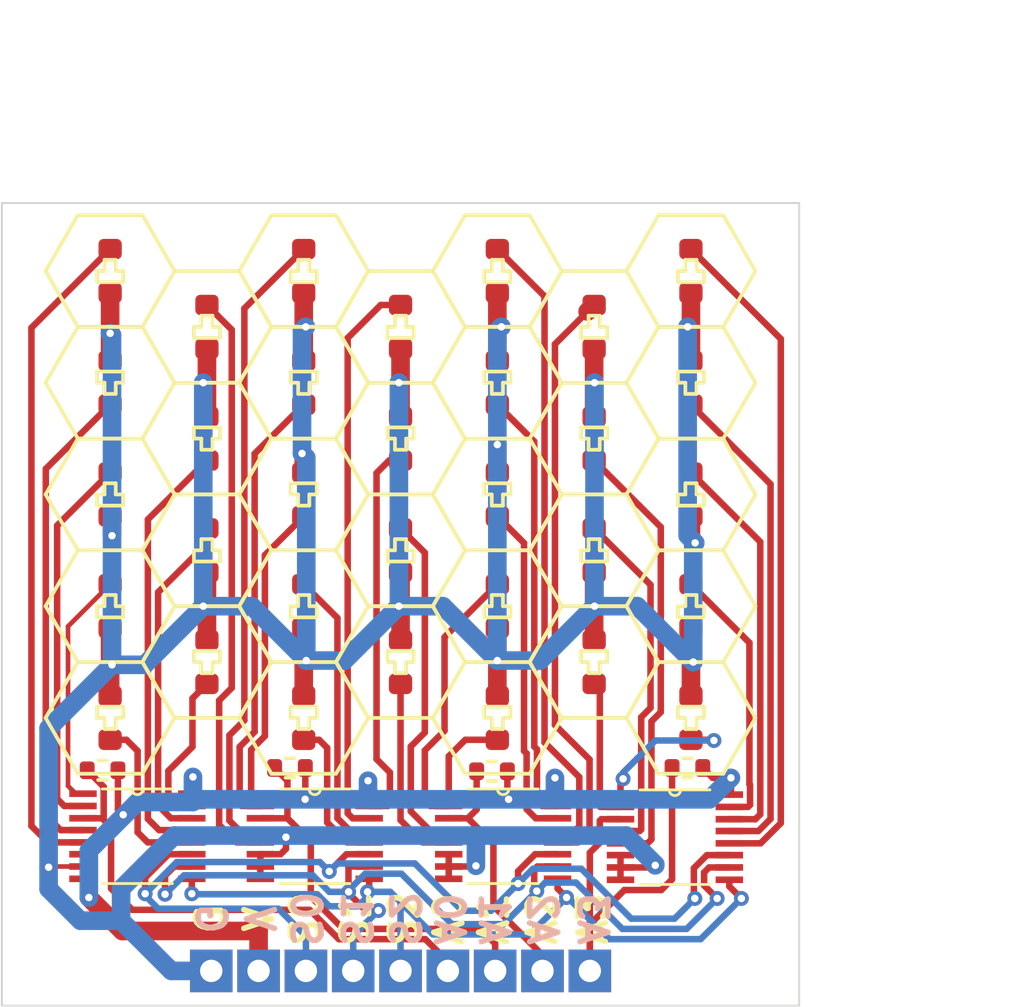
<source format=kicad_pcb>
(kicad_pcb (version 20221018) (generator pcbnew)
  (layers (0 "F.Cu" signal) (1 "In1.Cu" signal) (2 "In2.Cu" signal) (31 "B.Cu" signal) (34 "B.Paste" user) (35 "F.Paste" user) (36 "B.SilkS" user "B.Silkscreen") (37 "F.SilkS" user "F.Silkscreen") (38 "B.Mask" user) (39 "F.Mask" user) (44 "Edge.Cuts" user))
  (net 0 "")
  (net 1 "GND")
  (net 2 "/12{slash}24V")
  (net 3 "/A3")
  (net 4 "/RCV1")
  (net 5 "/RCV2")
  (net 6 "/RCV3")
  (net 7 "/RCV4")
  (net 8 "/RCV5")
  (net 9 "/RCV6")
  (net 10 "/RCV7")
  (net 11 "/RCV8")
  (net 12 "/RCV9")
  (net 13 "/RCV10")
  (net 14 "/RCV11")
  (net 15 "/RCV12")
  (net 16 "/RCV13")
  (net 17 "/RCV14")
  (net 18 "/RCV15")
  (net 19 "/RCV16")
  (net 20 "/A0")
  (net 21 "/S2")
  (net 22 "/S1")
  (net 23 "/S0")
  (net 24 "/A1")
  (net 25 "/A2")
  (net 26 "/RCV17")
  (net 27 "/RCV18")
  (net 28 "/RCV19")
  (net 29 "/RCV20")
  (net 30 "/RCV21")
  (net 31 "/RCV22")
  (net 32 "/RCV23")
  (net 33 "/RCV24")
  (net 34 "/RCV25")
  (net 35 "/RCV26")
  (net 36 "/RCV27")
  (net 37 "/RCV28")
  (net 38 "/RCV29")
  (net 39 "/RCV30")
  (net 40 "/RCV31")
  (net 41 "/RCV32")
  (footprint "IRTouch:HEXAGON_3" (layer "F.Cu") (at 69.588457 57)
    (fp_text reference "REF**" hide)
    (fp_text value "HEXAGON_3" hide)
  )
  (footprint "IRTouch:HEXAGON_3" (layer "F.Cu") (at 79.980762 57)
    (fp_text reference "REF**" hide)
    (fp_text value "HEXAGON_3" hide)
  )
  (footprint "IRTouch:RCVR" (layer "F.Cu") (at 79.980762 39 -90)
    (fp_text reference "Q24" hide)
    (fp_text value "Q_Photo_NPN" hide)
  )
  (footprint "IRTouch:HEXAGON_3" (layer "F.Cu") (at 59.196152 39)
    (fp_text reference "REF**" hide)
    (fp_text value "HEXAGON_3" hide)
  )
  (footprint "IRTouch:HEXAGON_3" (layer "F.Cu") (at 69.588457 39)
    (fp_text reference "REF**" hide)
    (fp_text value "HEXAGON_3" hide)
  )
  (footprint "IRTouch:RCVR" (layer "F.Cu") (at 74.784609 54 -90)
    (fp_text reference "Q22" hide)
    (fp_text value "Q_Photo_NPN" hide)
  )
  (footprint "IRTouch:HEXAGON_3" (layer "F.Cu") (at 59.196152 57)
    (fp_text reference "REF**" hide)
    (fp_text value "HEXAGON_3" hide)
  )
  (footprint "IRTouch:RCVR" (layer "F.Cu") (at 54 42 90)
    (fp_text reference "Q2" hide)
    (fp_text value "Q_Photo_NPN" hide)
  )
  (footprint "IRTouch:HEXAGON_3" (layer "F.Cu") (at 85.176914 54)
    (fp_text reference "REF**" hide)
    (fp_text value "HEXAGON_3" hide)
  )
  (footprint "IRTouch:RCVR" (layer "F.Cu") (at 64.392304 54 -90)
    (fp_text reference "Q13" hide)
    (fp_text value "Q_Photo_NPN" hide)
  )
  (footprint "IRTouch:HEXAGON_3" (layer "F.Cu") (at 59.196152 45)
    (fp_text reference "REF**" hide)
    (fp_text value "HEXAGON_3" hide)
  )
  (footprint "IRTouch:HEXAGON_3" (layer "F.Cu") (at 64.392304 54)
    (fp_text reference "REF**" hide)
    (fp_text value "HEXAGON_3" hide)
  )
  (footprint "IRTouch:RCVR" (layer "F.Cu") (at 85.176914 60 90)
    (fp_text reference "Q32" hide)
    (fp_text value "Q_Photo_NPN" hide)
  )
  (footprint "" (layer "F.Cu") (at 69.588457 34.5)
    (fp_text reference "")
    (fp_text value "")
  )
  (footprint "IRTouch:RCVR" (layer "F.Cu") (at 79.980762 57 90)
    (fp_text reference "Q27" hide)
    (fp_text value "Q_Photo_NPN" hide)
  )
  (footprint "IRTouch:HOLE_M2" (layer "F.Cu") (at 85.176914 73.587266)
    (fp_text reference "REF**" hide)
    (fp_text value "HOLE_M2" hide)
  )
  (footprint "IRTouch:HEXAGON_3" (layer "F.Cu") (at 64.392304 48)
    (fp_text reference "REF**" hide)
    (fp_text value "HEXAGON_3" hide)
  )
  (footprint "IRTouch:RCVR" (layer "F.Cu") (at 74.784609 48 90)
    (fp_text reference "Q21" hide)
    (fp_text value "Q_Photo_NPN" hide)
  )
  (footprint "IRTouch:HEXAGON_3" (layer "F.Cu") (at 74.784609 54)
    (fp_text reference "REF**" hide)
    (fp_text value "HEXAGON_3" hide)
  )
  (footprint "IRTouch:RCVR" (layer "F.Cu") (at 85.176914 36 -90)
    (fp_text reference "Q28" hide)
    (fp_text value "Q_Photo_NPN" hide)
  )
  (footprint "IRTouch:HEXAGON_3" (layer "F.Cu") (at 69.588457 51)
    (fp_text reference "REF**" hide)
    (fp_text value "HEXAGON_3" hide)
  )
  (footprint "IRTouch:RCVR" (layer "F.Cu") (at 64.392304 36 -90)
    (fp_text reference "Q10" hide)
    (fp_text value "Q_Photo_NPN" hide)
  )
  (footprint "IRTouch:SOP65P640X110-16N" (layer "F.Cu") (at 75.096498 66.355898)
    (fp_text reference "U3" hide)
    (fp_text value "74HC4051PW,118" hide)
  )
  (footprint "IRTouch:RCVR" (layer "F.Cu") (at 54 48 -90)
    (fp_text reference "Q3" hide)
    (fp_text value "Q_Photo_NPN" hide)
  )
  (footprint "IRTouch:RCVR" (layer "F.Cu") (at 79.980762 51 -90)
    (fp_text reference "Q26" hide)
    (fp_text value "Q_Photo_NPN" hide)
  )
  (footprint "IRTouch:HEXAGON_3" (layer "F.Cu") (at 74.784609 60)
    (fp_text reference "REF**" hide)
    (fp_text value "HEXAGON_3" hide)
  )
  (footprint "IRTouch:HEXAGON_3" (layer "F.Cu") (at 64.392304 36)
    (fp_text reference "REF**" hide)
    (fp_text value "HEXAGON_3" hide)
  )
  (footprint "IRTouch:SOP65P640X110-16N" (layer "F.Cu") (at 64.984898 66.355898)
    (fp_text reference "U2" hide)
    (fp_text value "74HC4051PW,118" hide)
  )
  (footprint "IRTouch:HEXAGON_3" (layer "F.Cu") (at 85.176914 60)
    (fp_text reference "REF**" hide)
    (fp_text value "HEXAGON_3" hide)
  )
  (footprint "IRTouch:HEXAGON_3" (layer "F.Cu") (at 74.784609 36)
    (fp_text reference "REF**" hide)
    (fp_text value "HEXAGON_3" hide)
  )
  (footprint "IRTouch:HEXAGON_3" (layer "F.Cu") (at 54 48)
    (fp_text reference "REF**" hide)
    (fp_text value "HEXAGON_3" hide)
  )
  (footprint "IRTouch:R0603" (layer "F.Cu") (at 84.9884 62.6872 180)
    (fp_text reference "R4" hide)
    (fp_text value "R")
  )
  (footprint "IRTouch:HEXAGON_3" (layer "F.Cu") (at 54 60)
    (fp_text reference "REF**" hide)
    (fp_text value "HEXAGON_3" hide)
  )
  (footprint "IRTouch:RCVR" (layer "F.Cu") (at 69.588457 57 90)
    (fp_text reference "Q18" hide)
    (fp_text value "Q_Photo_NPN" hide)
  )
  (footprint "IRTouch:HEXAGON_3" (layer "F.Cu") (at 79.980762 45)
    (fp_text reference "REF**" hide)
    (fp_text value "HEXAGON_3" hide)
  )
  (footprint "IRTouch:HEXAGON_3" (layer "F.Cu") (at 79.980762 39)
    (fp_text reference "REF**" hide)
    (fp_text value "HEXAGON_3" hide)
  )
  (footprint "IRTouch:SOP65P640X110-16N" (layer "F.Cu") (at 55.463898 66.355898)
    (fp_text reference "U1" hide)
    (fp_text value "74HC4051PW,118" hide)
  )
  (footprint "IRTouch:RCVR" (layer "F.Cu") (at 85.176914 54 -90)
    (fp_text reference "Q31" hide)
    (fp_text value "Q_Photo_NPN" hide)
  )
  (footprint "IRTouch:RCVR" (layer "F.Cu") (at 85.176914 48 -90)
    (fp_text reference "Q30" hide)
    (fp_text value "Q_Photo_NPN" hide)
  )
  (footprint "IRTouch:HEXAGON_3" (layer "F.Cu") (at 59.196152 51)
    (fp_text reference "REF**" hide)
    (fp_text value "HEXAGON_3" hide)
  )
  (footprint "IRTouch:RCVR" (layer "F.Cu") (at 69.588457 39 -90)
    (fp_text reference "Q15" hide)
    (fp_text value "Q_Photo_NPN" hide)
  )
  (footprint "IRTouch:HEXAGON_3" (layer "F.Cu") (at 54 36)
    (fp_text reference "REF**" hide)
    (fp_text value "HEXAGON_3" hide)
  )
  (footprint "IRTouch:R0603" (layer "F.Cu") (at 74.4982 62.865 180)
    (fp_text reference "R3" hide)
    (fp_text value "R")
  )
  (footprint "IRTouch:SOP65P640X110-16N" (layer "F.Cu") (at 84.316498 66.405898)
    (fp_text reference "U4" hide)
    (fp_text value "74HC4051PW,118" hide)
  )
  (footprint "IRTouch:HEXAGON_3" (layer "F.Cu") (at 54 42)
    (fp_text reference "REF**" hide)
    (fp_text value "HEXAGON_3" hide)
  )
  (footprint "IRTouch:RCVR" (layer "F.Cu") (at 59.196152 45 90)
    (fp_text reference "Q7" hide)
    (fp_text value "Q_Photo_NPN" hide)
  )
  (footprint "IRTouch:RCVR" (layer "F.Cu") (at 69.588457 45 90)
    (fp_text reference "Q16" hide)
    (fp_text value "Q_Photo_NPN" hide)
  )
  (footprint "IRTouch:RCVR" (layer "F.Cu") (at 79.980762 45 90)
    (fp_text reference "Q25" hide)
    (fp_text value "Q_Photo_NPN" hide)
  )
  (footprint "IRTouch:RCVR" (layer "F.Cu") (at 59.196152 39 -90)
    (fp_text reference "Q6" hide)
    (fp_text value "Q_Photo_NPN" hide)
  )
  (footprint "IRTouch:RCVR" (layer "F.Cu") (at 74.784609 42 90)
    (fp_text reference "Q20" hide)
    (fp_text value "Q_Photo_NPN" hide)
  )
  (footprint "" (layer "F.Cu") (at 79.980762 34.5)
    (fp_text reference "")
    (fp_text value "")
  )
  (footprint "IRTouch:RCVR" (layer "F.Cu") (at 54 54 -90)
    (fp_text reference "Q4" hide)
    (fp_text value "Q_Photo_NPN" hide)
  )
  (footprint "IRTouch:R0603" (layer "F.Cu") (at 63.6524 62.6872 180)
    (fp_text reference "R2" hide)
    (fp_text value "R")
  )
  (footprint "IRTouch:R0603" (layer "F.Cu") (at 53.594 62.8142 180)
    (fp_text reference "R1" hide)
    (fp_text value "R" hide)
  )
  (footprint "IRTouch:HEXAGON_3" (layer "F.Cu") (at 64.392304 60)
    (fp_text reference "REF**" hide)
    (fp_text value "HEXAGON_3" hide)
  )
  (footprint "" (layer "F.Cu") (at 59.2 34.5)
    (fp_text reference "")
    (fp_text value "")
  )
  (footprint "IRTouch:HEXAGON_3" (layer "F.Cu") (at 85.176914 48)
    (fp_text reference "REF**" hide)
    (fp_text value "HEXAGON_3" hide)
  )
  (footprint "IRTouch:RCVR" (layer "F.Cu") (at 64.392304 60 90)
    (fp_text reference "Q14" hide)
    (fp_text value "Q_Photo_NPN" hide)
  )
  (footprint "IRTouch:HEXAGON_3" (layer "F.Cu") (at 85.176914 36)
    (fp_text reference "REF**" hide)
    (fp_text value "HEXAGON_3" hide)
  )
  (footprint "IRTouch:RCVR" (layer "F.Cu") (at 64.392304 48 90)
    (fp_text reference "Q12" hide)
    (fp_text value "Q_Photo_NPN" hide)
  )
  (footprint "IRTouch:RCVR" (layer "F.Cu") (at 69.588457 51 -90)
    (fp_text reference "Q17" hide)
    (fp_text value "Q_Photo_NPN" hide)
  )
  (footprint "IRTouch:RCVR" (layer "F.Cu") (at 54 60 90)
    (fp_text reference "Q5" hide)
    (fp_text value "Q_Photo_NPN" hide)
  )
  (footprint "IRTouch:RCVR" (layer "F.Cu") (at 54 36 -90)
    (fp_text reference "Q1" hide)
    (fp_text value "Q_Photo_NPN" hide)
  )
  (footprint "IRTouch:RCVR" (layer "F.Cu") (at 59.196152 57 90)
    (fp_text reference "Q9" hide)
    (fp_text value "Q_Photo_NPN" hide)
  )
  (footprint "" (layer "F.Cu") (at 54 73.587266)
    (fp_text reference "")
    (fp_text value "")
  )
  (footprint "IRTouch:HEXAGON_3" (layer "F.Cu") (at 69.588457 45)
    (fp_text reference "REF**" hide)
    (fp_text value "HEXAGON_3" hide)
  )
  (footprint "IRTouch:9POS_INTERFACE" (layer "F.Cu") (at 59.428457 73.587266)
    (fp_text reference "I1" hide)
    (fp_text value "9POS_INTERFACE" hide)
  )
  (footprint "IRTouch:RCVR" (layer "F.Cu") (at 74.784609 36 -90)
    (fp_text reference "Q19" hide)
    (fp_text value "Q_Photo_NPN" hide)
  )
  (footprint "IRTouch:RCVR" (layer "F.Cu") (at 85.176914 42 90)
    (fp_text reference "Q29" hide)
    (fp_text value "Q_Photo_NPN" hide)
  )
  (footprint "IRTouch:HEXAGON_3" (layer "F.Cu") (at 54 54)
    (fp_text reference "REF**" hide)
    (fp_text value "HEXAGON_3" hide)
  )
  (footprint "IRTouch:HEXAGON_3" (layer "F.Cu") (at 64.392304 42)
    (fp_text reference "REF**" hide)
    (fp_text value "HEXAGON_3" hide)
  )
  (footprint "IRTouch:HEXAGON_3" (layer "F.Cu") (at 74.784609 48)
    (fp_text reference "REF**" hide)
    (fp_text value "HEXAGON_3" hide)
  )
  (footprint "IRTouch:HEXAGON_3" (layer "F.Cu") (at 74.784609 42)
    (fp_text reference "REF**" hide)
    (fp_text value "HEXAGON_3" hide)
  )
  (footprint "IRTouch:HEXAGON_3" (layer "F.Cu") (at 79.980762 51)
    (fp_text reference "REF**" hide)
    (fp_text value "HEXAGON_3" hide)
  )
  (footprint "IRTouch:RCVR" (layer "F.Cu") (at 64.392304 42 90)
    (fp_text reference "Q11" hide)
    (fp_text value "Q_Photo_NPN" hide)
  )
  (footprint "IRTouch:RCVR" (layer "F.Cu") (at 59.196152 51 -90)
    (fp_text reference "Q8" hide)
    (fp_text value "Q_Photo_NPN" hide)
  )
  (footprint "IRTouch:HEXAGON_3" (layer "F.Cu") (at 85.176914 42)
    (fp_text reference "REF**" hide)
    (fp_text value "HEXAGON_3" hide)
  )
  (footprint "IRTouch:RCVR" (layer "F.Cu") (at 74.784609 60 90)
    (fp_text reference "Q23" hide)
    (fp_text value "Q_Photo_NPN" hide)
  )
  (gr_rect (start 48.188457 32.35) (end 90.988457 75.45) (stroke (width 0.1)) (fill none) (layer "Edge.Cuts"))
  (gr_text "A3" (at 79.9 70.8 -90) (layer "B.SilkS") (effects (font (size 1.5 1.5) (thickness 0.3)) (justify mirror)))
  (gr_text "S1\n" (at 67.2 70.8 -90) (layer "B.SilkS") (effects (font (size 1.5 1.5) (thickness 0.3)) (justify mirror)))
  (gr_text "A1" (at 74.6 70.8 -90) (layer "B.SilkS") (effects (font (size 1.5 1.5) (thickness 0.3)) (justify mirror)))
  (gr_text "A0" (at 72.2 70.8 -90) (layer "B.SilkS") (effects (font (size 1.5 1.5) (thickness 0.3)) (justify mirror)))
  (gr_text "A2" (at 77.2 70.8 -90) (layer "B.SilkS") (effects (font (size 1.5 1.5) (thickness 0.3)) (justify mirror)))
  (gr_text "S2" (at 69.8 70.8 -90) (layer "B.SilkS") (effects (font (size 1.5 1.5) (thickness 0.3)) (justify mirror)))
  (gr_text "V" (at 62 70.8 -90) (layer "B.SilkS") (effects (font (size 1.5 1.5) (thickness 0.3)) (justify mirror)))
  (gr_text "G" (at 59.4 70.8 -90) (layer "B.SilkS") (effects (font (size 1.5 1.5) (thickness 0.3)) (justify mirror)))
  (gr_text "S0" (at 64.5 70.8 -90) (layer "B.SilkS") (effects (font (size 1.5 1.5) (thickness 0.3)) (justify mirror)))
  (gr_text "S1\n" (at 67.2 70.8 90) (layer "F.SilkS") (effects (font (size 1.5 1.5) (thickness 0.3))))
  (gr_text "S0" (at 64.5 70.8 90) (layer "F.SilkS") (effects (font (size 1.5 1.5) (thickness 0.3))))
  (gr_text "V" (at 62 70.8 90) (layer "F.SilkS") (effects (font (size 1.5 1.5) (thickness 0.3))))
  (gr_text "A0" (at 72.2 70.8 90) (layer "F.SilkS") (effects (font (size 1.5 1.5) (thickness 0.3))))
  (gr_text "S2" (at 69.8 70.8 90) (layer "F.SilkS") (effects (font (size 1.5 1.5) (thickness 0.3))))
  (gr_text "G" (at 59.4 70.8 90) (layer "F.SilkS") (effects (font (size 1.5 1.5) (thickness 0.3))))
  (gr_text "A2" (at 77.2 70.8 90) (layer "F.SilkS") (effects (font (size 1.5 1.5) (thickness 0.3))))
  (gr_text "A3" (at 79.9 70.8 90) (layer "F.SilkS") (effects (font (size 1.5 1.5) (thickness 0.3))))
  (gr_text "A1" (at 74.6 70.8 90) (layer "F.SilkS") (effects (font (size 1.5 1.5) (thickness 0.3))))
  (segment (start 83.149302 68.031498) (end 83.2612 67.9196) (width 0.35) (layer "F.Cu") (net 1))
  (segment (start 73.598102 67.981498) (end 73.6346 67.945) (width 0.35) (layer "F.Cu") (net 1))
  (segment (start 72.175498 67.321098) (end 72.175498 67.981498) (width 0.35) (layer "F.Cu") (net 1))
  (segment (start 52.542898 67.981498) (end 50.738102 67.981498) (width 0.25) (layer "F.Cu") (net 1))
  (segment (start 81.395498 68.031498) (end 83.149302 68.031498) (width 0.35) (layer "F.Cu") (net 1))
  (segment (start 50.738102 67.981498) (end 50.6984 68.0212) (width 0.25) (layer "F.Cu") (net 1))
  (segment (start 59.196152 55.825) (end 59.196152 52.175) (width 1) (layer "F.Cu") (net 1))
  (segment (start 79.980762 43.825) (end 79.980762 40.175) (width 1) (layer "F.Cu") (net 1))
  (segment (start 69.588457 40.175) (end 69.588457 43.825) (width 1) (layer "F.Cu") (net 1))
  (segment (start 54 55.175) (end 54 58.825) (width 1) (layer "F.Cu") (net 1))
  (segment (start 62.063898 68.641898) (end 62.063898 67.981498) (width 0.35) (layer "F.Cu") (net 1))
  (segment (start 74.784609 46.825) (end 74.784609 45.320609) (width 1) (layer "F.Cu") (net 1))
  (segment (start 81.395498 68.031498) (end 81.395498 67.371098) (width 0.35) (layer "F.Cu") (net 1))
  (segment (start 64.392304 37.175) (end 64.392304 40.825) (width 1) (layer "F.Cu") (net 1))
  (segment (start 72.175498 68.641898) (end 72.175498 67.981498) (width 0.35) (layer "F.Cu") (net 1))
  (segment (start 74.784609 37.175) (end 74.784609 40.825) (width 1) (layer "F.Cu") (net 1))
  (segment (start 54.102 50.2158) (end 54.102 49.277) (width 1) (layer "F.Cu") (net 1))
  (segment (start 62.063898 67.321098) (end 63.150498 67.321098) (width 0.35) (layer "F.Cu") (net 1))
  (segment (start 64.392304 45.892304) (end 64.3 45.8) (width 1) (layer "F.Cu") (net 1))
  (segment (start 85.176914 40.825) (end 85.176914 37.175) (width 1) (layer "F.Cu") (net 1))
  (segment (start 52.542898 67.321098) (end 52.542898 67.981498) (width 0.35) (layer "F.Cu") (net 1))
  (segment (start 85.176914 50.376914) (end 85.4 50.6) (width 1) (layer "F.Cu") (net 1))
  (segment (start 63.438181 67.033415) (end 63.438181 66.406619) (width 0.35) (layer "F.Cu") (net 1))
  (segment (start 64.392304 58.825) (end 64.392304 55.175) (width 1) (layer "F.Cu") (net 1))
  (segment (start 62.063898 67.321098) (end 62.063898 67.981498) (width 0.35) (layer "F.Cu") (net 1))
  (segment (start 81.395498 68.691898) (end 81.395498 68.031498) (width 0.35) (layer "F.Cu") (net 1))
  (segment (start 52.542898 67.981498) (end 52.542898 68.641898) (width 0.25) (layer "F.Cu") (net 1))
  (segment (start 85.176914 49.175) (end 85.176914 50.376914) (width 1) (layer "F.Cu") (net 1))
  (segment (start 74.784609 58.825) (end 74.784609 55.175) (width 1) (layer "F.Cu") (net 1))
  (segment (start 63.150498 67.321098) (end 63.438181 67.033415) (width 0.35) (layer "F.Cu") (net 1))
  (segment (start 54 37.175) (end 54 39.345) (width 1) (layer "F.Cu") (net 1))
  (segment (start 69.588457 55.825) (end 69.588457 52.175) (width 1) (layer "F.Cu") (net 1))
  (segment (start 79.980762 55.825) (end 79.980762 52.175) (width 1) (layer "F.Cu") (net 1))
  (segment (start 85.176914 58.825) (end 85.176914 55.175) (width 1) (layer "F.Cu") (net 1))
  (segment (start 64.392304 46.825) (end 64.392304 45.892304) (width 1) (layer "F.Cu") (net 1))
  (segment (start 72.175498 67.981498) (end 73.598102 67.981498) (width 0.35) (layer "F.Cu") (net 1))
  (segment (start 54 39.345) (end 54 40.825) (width 1) (layer "F.Cu") (net 1))
  (segment (start 59.196152 40.175) (end 59.196152 43.825) (width 1) (layer "F.Cu") (net 1))
  (segment (start 54.102 49.277) (end 54 49.175) (width 1) (layer "F.Cu") (net 1))
  (via (at 74.784609 45.320609) (size 0.8) (drill 0.4) (layers "F.Cu" "B.Cu") (net 1))
  (via (at 80 42) (size 1) (drill 0.4) (layers "F.Cu" "B.Cu") (net 1))
  (via (at 85.3 57) (size 1) (drill 0.4) (layers "F.Cu" "B.Cu") (net 1))
  (via (at 83.2612 67.9196) (size 0.8) (drill 0.4) (layers "F.Cu" "B.Cu") (net 1))
  (via (at 69.5 42) (size 1) (drill 0.4) (layers "F.Cu" "B.Cu") (net 1))
  (via (at 64.3 45.8) (size 0.8) (drill 0.4) (layers "F.Cu" "B.Cu") (net 1))
  (via (at 85 39) (size 1) (drill 0.4) (layers "F.Cu" "B.Cu") (net 1))
  (via (at 59 54) (size 1) (drill 0.4) (layers "F.Cu" "B.Cu") (net 1))
  (via (at 73.6346 67.945) (size 0.8) (drill 0.4) (layers "F.Cu" "B.Cu") (net 1))
  (via (at 85.4 50.6) (size 0.8) (drill 0.4) (layers "F.Cu" "B.Cu") (net 1))
  (via (at 69.5 54) (size 1) (drill 0.4) (layers "F.Cu" "B.Cu") (net 1))
  (via (at 64.5 39) (size 1) (drill 0.4) (layers "F.Cu" "B.Cu") (net 1))
  (via (at 54.102 57.15) (size 1) (drill 0.4) (layers "F.Cu" "B.Cu") (net 1))
  (via (at 50.6984 68.0212) (size 0.8) (drill 0.4) (layers "F.Cu" "B.Cu") (net 1))
  (via (at 63.438181 66.406619) (size 0.8) (drill 0.4) (layers "F.Cu" "B.Cu") (net 1))
  (via (at 64.527797 56.921356) (size 1) (drill 0.4) (layers "F.Cu" "B.Cu") (net 1))
  (via (at 59 42) (size 1) (drill 0.4) (layers "F.Cu" "B.Cu") (net 1))
  (via (at 54.102 50.2158) (size 0.8) (drill 0.4) (layers "F.Cu" "B.Cu") (net 1))
  (via (at 54 39.345) (size 1) (drill 0.4) (layers "F.Cu" "B.Cu") (net 1))
  (via (at 74.784609 56.9214) (size 1) (drill 0.4) (layers "F.Cu" "B.Cu") (net 1))
  (via (at 75 39) (size 1) (drill 0.4) (layers "F.Cu" "B.Cu") (net 1))
  (via (at 80 54) (size 1) (drill 0.4) (layers "F.Cu" "B.Cu") (net 1))
  (segment (start 54.589591 70.8914) (end 54.589591 69.178374) (width 1) (layer "B.Cu") (net 1))
  (segment (start 80 54) (end 80 42) (width 1) (layer "B.Cu") (net 1))
  (segment (start 64.3 39.2) (end 64.5 39) (width 1) (layer "B.Cu") (net 1))
  (segment (start 59 54) (end 59 42) (width 1) (layer "B.Cu") (net 1))
  (segment (start 73.6346 66.3194) (end 81.7118 66.3194) (width 1) (layer "B.Cu") (net 1))
  (segment (start 52.404944 70.8914) (end 50.6984 69.184856) (width 1) (layer "B.Cu") (net 1))
  (segment (start 61.606441 54) (end 64.527797 56.921356) (width 1) (layer "B.Cu") (net 1))
  (segment (start 50.6984 60.5536) (end 54.102 57.15) (width 1) (layer "B.Cu") (net 1))
  (segment (start 71.863209 54) (end 74.784609 56.9214) (width 1) (layer "B.Cu") (net 1))
  (segment (start 54.102 39.447) (end 54 39.345) (width 1) (layer "B.Cu") (net 1))
  (segment (start 57.448565 66.3194) (end 73.6346 66.3194) (width 1) (layer "B.Cu") (net 1))
  (segment (start 64.527797 56.921356) (end 64.527797 46.027797) (width 1) (layer "B.Cu") (net 1))
  (segment (start 59.428457 73.587266) (end 57.285457 73.587266) (width 1) (layer "B.Cu") (net 1))
  (segment (start 74.784609 56.9214) (end 77.0786 56.9214) (width 1) (layer "B.Cu") (net 1))
  (segment (start 85.4 50.6) (end 85 50.2) (width 1) (layer "B.Cu") (net 1))
  (segment (start 74.784609 45.320609) (end 74.784609 39.215391) (width 1) (layer "B.Cu") (net 1))
  (segment (start 77.0786 56.9214) (end 80 54) (width 1) (layer "B.Cu") (net 1))
  (segment (start 85.3 50.7) (end 85.4 50.6) (width 1) (layer "B.Cu") (net 1))
  (segment (start 64.527797 56.921356) (end 66.578644 56.921356) (width 1) (layer "B.Cu") (net 1))
  (segment (start 80 54) (end 82.3 54) (width 1) (layer "B.Cu") (net 1))
  (segment (start 73.6346 67.945) (end 73.6346 66.3194) (width 1) (layer "B.Cu") (net 1))
  (segment (start 64.527797 46.027797) (end 64.3 45.8) (width 1) (layer "B.Cu") (net 1))
  (segment (start 54.102 57.15) (end 54.102 39.447) (width 1) (layer "B.Cu") (net 1))
  (segment (start 69.5 54) (end 69.5 42) (width 1) (layer "B.Cu") (net 1))
  (segment (start 81.7118 66.3194) (end 83.2612 67.8688) (width 1) (layer "B.Cu") (net 1))
  (segment (start 74.784609 39.215391) (end 75 39) (width 1) (layer "B.Cu") (net 1))
  (segment (start 85 50.2) (end 85 39) (width 1) (layer "B.Cu") (net 1))
  (segment (start 50.6984 68.0212) (end 50.6984 60.5536) (width 1) (layer "B.Cu") (net 1))
  (segment (start 83.2612 67.8688) (end 83.2612 67.9196) (width 1) (layer "B.Cu") (net 1))
  (segment (start 59 54) (end 61.606441 54) (width 1) (layer "B.Cu") (net 1))
  (segment (start 54.102 57.15) (end 55.85 57.15) (width 1) (layer "B.Cu") (net 1))
  (segment (start 57.285457 73.587266) (end 54.589591 70.8914) (width 1) (layer "B.Cu") (net 1))
  (segment (start 50.6984 69.184856) (end 50.6984 68.0212) (width 1) (layer "B.Cu") (net 1))
  (segment (start 54.589591 70.8914) (end 52.404944 70.8914) (width 1) (layer "B.Cu") (net 1))
  (segment (start 82.3 54) (end 85.3 57) (width 1) (layer "B.Cu") (net 1))
  (segment (start 54.589591 69.178374) (end 57.448565 66.3194) (width 1) (layer "B.Cu") (net 1))
  (segment (start 64.3 45.8) (end 64.3 39.2) (width 1) (layer "B.Cu") (net 1))
  (segment (start 69.5 54) (end 71.863209 54) (width 1) (layer "B.Cu") (net 1))
  (segment (start 55.85 57.15) (end 59 54) (width 1) (layer "B.Cu") (net 1))
  (segment (start 66.578644 56.921356) (end 69.5 54) (width 1) (layer "B.Cu") (net 1))
  (segment (start 85.3 57) (end 85.3 50.7) (width 1) (layer "B.Cu") (net 1))
  (segment (start 74.784609 56.9214) (end 74.784609 45.320609) (width 1) (layer "B.Cu") (net 1))
  (segment (start 61.968457 71.444266) (end 61.968457 73.587266) (width 1) (layer "F.Cu") (net 2))
  (segment (start 87.3252 63.2206) (end 87.3252 64.032196) (width 0.35) (layer "F.Cu") (net 2))
  (segment (start 54.419 64.9198) (end 54.701 65.2018) (width 0.35) (layer "F.Cu") (net 2))
  (segment (start 52.8574 69.6468) (end 54.654866 71.444266) (width 1) (layer "F.Cu") (net 2))
  (segment (start 75.3232 64.3074) (end 75.3872 64.3714) (width 0.25) (layer "F.Cu") (net 2))
  (segment (start 58.4454 63.1698) (end 58.4454 64.009396) (width 0.35) (layer "F.Cu") (net 2))
  (segment (start 87.3252 64.032196) (end 87.237498 64.119898) (width 0.35) (layer "F.Cu") (net 2))
  (segment (start 87.3252 63.2206) (end 86.3468 63.2206) (width 0.35) (layer "F.Cu") (net 2))
  (segment (start 75.3232 62.865) (end 75.3232 64.3074) (width 0.35) (layer "F.Cu") (net 2))
  (segment (start 67.905898 64.069898) (end 67.905898 63.435498) (width 0.35) (layer "F.Cu") (net 2))
  (segment (start 54.419 62.8142) (end 54.419 64.9198) (width 0.35) (layer "F.Cu") (net 2))
  (segment (start 64.4774 64.3592) (end 64.4652 64.3714) (width 0.25) (layer "F.Cu") (net 2))
  (segment (start 58.4454 64.009396) (end 58.384898 64.069898) (width 0.35) (layer "F.Cu") (net 2))
  (segment (start 78.017498 64.069898) (end 78.017498 63.361698) (width 0.35) (layer "F.Cu") (net 2))
  (segment (start 78.017498 63.361698) (end 77.8764 63.2206) (width 0.35) (layer "F.Cu") (net 2))
  (segment (start 67.905898 63.435498) (end 67.8434 63.373) (width 0.35) (layer "F.Cu") (net 2))
  (segment (start 86.3468 63.2206) (end 85.8134 62.6872) (width 0.35) (layer "F.Cu") (net 2))
  (segment (start 54.654866 71.444266) (end 61.968457 71.444266) (width 1) (layer "F.Cu") (net 2))
  (segment (start 64.4774 62.6872) (end 64.4774 64.3592) (width 0.35) (layer "F.Cu") (net 2))
  (via (at 64.4652 64.3714) (size 0.8) (drill 0.4) (layers "F.Cu" "B.Cu") (net 2))
  (via (at 67.8434 63.373) (size 0.8) (drill 0.4) (layers "F.Cu" "B.Cu") (net 2))
  (via (at 52.8574 69.6468) (size 0.8) (drill 0.4) (layers "F.Cu" "B.Cu") (net 2))
  (via (at 75.3872 64.3714) (size 0.8) (drill 0.4) (layers "F.Cu" "B.Cu") (net 2))
  (via (at 87.3252 63.2206) (size 0.8) (drill 0.4) (layers "F.Cu" "B.Cu") (net 2))
  (via (at 54.701 65.2018) (size 0.8) (drill 0.4) (layers "F.Cu" "B.Cu") (net 2))
  (via (at 58.4454 63.1698) (size 0.8) (drill 0.4) (layers "F.Cu" "B.Cu") (net 2))
  (via (at 77.8764 63.2206) (size 0.8) (drill 0.4) (layers "F.Cu" "B.Cu") (net 2))
  (segment (start 58.4454 64.516) (end 58.4454 63.1698) (width 1) (layer "B.Cu") (net 2))
  (segment (start 67.8434 64.346) (end 67.818 64.3714) (width 1) (layer "B.Cu") (net 2))
  (segment (start 52.8574 67.1322) (end 55.4736 64.516) (width 1) (layer "B.Cu") (net 2))
  (segment (start 58.59 64.3714) (end 64.4652 64.3714) (width 1) (layer "B.Cu") (net 2))
  (segment (start 64.4652 64.3714) (end 67.818 64.3714) (width 1) (layer "B.Cu") (net 2))
  (segment (start 67.8434 63.373) (end 67.8434 64.346) (width 1) (layer "B.Cu") (net 2))
  (segment (start 75.3872 64.3714) (end 77.8764 64.3714) (width 1) (layer "B.Cu") (net 2))
  (segment (start 55.4736 64.516) (end 58.4454 64.516) (width 1) (layer "B.Cu") (net 2))
  (segment (start 77.8764 64.3714) (end 86.1744 64.3714) (width 1) (layer "B.Cu") (net 2))
  (segment (start 58.4454 64.516) (end 58.59 64.3714) (width 1) (layer "B.Cu") (net 2))
  (segment (start 86.1744 64.3714) (end 87.3252 63.2206) (width 1) (layer "B.Cu") (net 2))
  (segment (start 77.8764 63.2206) (end 77.8764 64.3714) (width 1) (layer "B.Cu") (net 2))
  (segment (start 67.818 64.3714) (end 75.3872 64.3714) (width 1) (layer "B.Cu") (net 2))
  (segment (start 52.8574 69.6468) (end 52.8574 67.1322) (width 1) (layer "B.Cu") (net 2))
  (segment (start 81.395498 65.440698) (end 80.366098 65.440698) (width 0.35) (layer "F.Cu") (net 3))
  (segment (start 83.587102 69.244698) (end 81.6004 69.244698) (width 0.35) (layer "F.Cu") (net 3))
  (segment (start 79.748457 67.241343) (end 79.748457 73.587266) (width 0.35) (layer "F.Cu") (net 3))
  (segment (start 80.283898 65.522898) (end 80.283898 66.705902) (width 0.35) (layer "F.Cu") (net 3))
  (segment (start 84.1634 62.6872) (end 84.1634 68.6684) (width 0.35) (layer "F.Cu") (net 3))
  (segment (start 79.748457 71.096641) (end 79.748457 73.587266) (width 0.35) (layer "F.Cu") (net 3))
  (segment (start 80.283898 66.705902) (end 79.748457 67.241343) (width 0.35) (layer "F.Cu") (net 3))
  (segment (start 84.1634 68.6684) (end 83.587102 69.244698) (width 0.35) (layer "F.Cu") (net 3))
  (segment (start 80.366098 65.440698) (end 80.283898 65.522898) (width 0.35) (layer "F.Cu") (net 3))
  (segment (start 81.6004 69.244698) (end 79.748457 71.096641) (width 0.35) (layer "F.Cu") (net 3))
  (segment (start 49.775405 65.805722) (end 49.775405 39.049595) (width 0.35) (layer "F.Cu") (net 4))
  (segment (start 49.775405 39.049595) (end 54 34.825) (width 0.35) (layer "F.Cu") (net 4))
  (segment (start 52.542898 66.686098) (end 50.65578 66.686098) (width 0.35) (layer "F.Cu") (net 4))
  (segment (start 50.65578 66.686098) (end 49.775405 65.805722) (width 0.35) (layer "F.Cu") (net 4))
  (segment (start 52.542898 66.025698) (end 51.344498 66.025698) (width 0.35) (layer "F.Cu") (net 5))
  (segment (start 50.546 65.2272) (end 50.546 46.629) (width 0.35) (layer "F.Cu") (net 5))
  (segment (start 50.546 46.629) (end 54 43.175) (width 0.35) (layer "F.Cu") (net 5))
  (segment (start 51.344498 66.025698) (end 50.546 65.2272) (width 0.35) (layer "F.Cu") (net 5))
  (segment (start 51.1556 64.347) (end 51.1556 49.6694) (width 0.35) (layer "F.Cu") (net 6))
  (segment (start 51.1556 49.6694) (end 54 46.825) (width 0.35) (layer "F.Cu") (net 6))
  (segment (start 51.538898 64.730298) (end 51.1556 64.347) (width 0.35) (layer "F.Cu") (net 6))
  (segment (start 52.542898 64.730298) (end 51.538898 64.730298) (width 0.35) (layer "F.Cu") (net 6))
  (segment (start 51.7398 55.0852) (end 54 52.825) (width 0.25) (layer "F.Cu") (net 7))
  (segment (start 52.542898 64.069898) (end 52.157298 64.069898) (width 0.25) (layer "F.Cu") (net 7))
  (segment (start 51.7398 63.6524) (end 51.7398 55.0852) (width 0.25) (layer "F.Cu") (net 7))
  (segment (start 52.157298 64.069898) (end 51.7398 63.6524) (width 0.25) (layer "F.Cu") (net 7))
  (segment (start 56.018098 66.686098) (end 58.384898 66.686098) (width 0.35) (layer "F.Cu") (net 8))
  (segment (start 54.8758 61.175) (end 55.4755 61.7747) (width 0.35) (layer "F.Cu") (net 8))
  (segment (start 55.4755 66.1435) (end 56.018098 66.686098) (width 0.35) (layer "F.Cu") (net 8))
  (segment (start 54 61.175) (end 54.8758 61.175) (width 0.35) (layer "F.Cu") (net 8))
  (segment (start 55.4755 61.7747) (end 55.4755 66.1435) (width 0.35) (layer "F.Cu") (net 8))
  (segment (start 59.852298 65.741927) (end 59.852298 59.063093) (width 0.35) (layer "F.Cu") (net 9))
  (segment (start 62.063898 66.686098) (end 60.796468 66.686098) (width 0.35) (layer "F.Cu") (net 9))
  (segment (start 59.852298 59.063093) (end 60.5282 58.387191) (width 0.35) (layer "F.Cu") (net 9))
  (segment (start 60.5282 58.387191) (end 60.5282 39.157048) (width 0.35) (layer "F.Cu") (net 9))
  (segment (start 60.5282 39.157048) (end 59.196152 37.825) (width 0.35) (layer "F.Cu") (net 9))
  (segment (start 60.796468 66.686098) (end 59.852298 65.741927) (width 0.35) (layer "F.Cu") (net 9))
  (segment (start 56.627698 66.025698) (end 56.0255 65.4235) (width 0.35) (layer "F.Cu") (net 10))
  (segment (start 58.384898 66.025698) (end 56.627698 66.025698) (width 0.35) (layer "F.Cu") (net 10))
  (segment (start 56.0255 49.345652) (end 59.196152 46.175) (width 0.35) (layer "F.Cu") (net 10))
  (segment (start 56.0255 65.4235) (end 56.0255 49.345652) (width 0.35) (layer "F.Cu") (net 10))
  (segment (start 58.384898 65.390698) (end 57.26348 65.390698) (width 0.35) (layer "F.Cu") (net 11))
  (segment (start 56.5755 64.702717) (end 56.5755 53.251413) (width 0.35) (layer "F.Cu") (net 11))
  (segment (start 59.196152 50.630761) (end 59.196152 49.825) (width 0.35) (layer "F.Cu") (net 11))
  (segment (start 56.5755 53.251413) (end 59.196152 50.630761) (width 0.35) (layer "F.Cu") (net 11))
  (segment (start 57.26348 65.390698) (end 56.5755 64.702717) (width 0.35) (layer "F.Cu") (net 11))
  (segment (start 58.384898 64.730298) (end 57.380898 64.730298) (width 0.35) (layer "F.Cu") (net 12))
  (segment (start 57.380898 64.730298) (end 57.1255 64.4749) (width 0.35) (layer "F.Cu") (net 12))
  (segment (start 58.42 61.551398) (end 58.42 58.951152) (width 0.35) (layer "F.Cu") (net 12))
  (segment (start 58.42 58.951152) (end 59.196152 58.175) (width 0.35) (layer "F.Cu") (net 12))
  (segment (start 57.1255 62.845898) (end 58.42 61.551398) (width 0.35) (layer "F.Cu") (net 12))
  (segment (start 57.1255 64.4749) (end 57.1255 62.845898) (width 0.35) (layer "F.Cu") (net 12))
  (segment (start 60.913886 66.025698) (end 60.402298 65.51411) (width 0.35) (layer "F.Cu") (net 13))
  (segment (start 61.2062 60.1296) (end 61.2062 38.011104) (width 0.35) (layer "F.Cu") (net 13))
  (segment (start 60.402298 65.51411) (end 60.402298 60.933502) (width 0.35) (layer "F.Cu") (net 13))
  (segment (start 62.063898 66.025698) (end 60.913886 66.025698) (width 0.35) (layer "F.Cu") (net 13))
  (segment (start 60.402298 60.933502) (end 61.2062 60.1296) (width 0.35) (layer "F.Cu") (net 13))
  (segment (start 61.2062 38.011104) (end 64.392304 34.825) (width 0.35) (layer "F.Cu") (net 13))
  (segment (start 62.063898 64.730298) (end 61.059898 64.730298) (width 0.35) (layer "F.Cu") (net 14))
  (segment (start 60.952298 61.551902) (end 61.7562 60.748) (width 0.35) (layer "F.Cu") (net 14))
  (segment (start 61.7562 45.811104) (end 64.392304 43.175) (width 0.35) (layer "F.Cu") (net 14))
  (segment (start 61.7562 60.748) (end 61.7562 45.811104) (width 0.35) (layer "F.Cu") (net 14))
  (segment (start 60.952298 64.622698) (end 60.952298 61.551902) (width 0.35) (layer "F.Cu") (net 14))
  (segment (start 61.059898 64.730298) (end 60.952298 64.622698) (width 0.35) (layer "F.Cu") (net 14))
  (segment (start 62.3062 51.261104) (end 64.392304 49.175) (width 0.35) (layer "F.Cu") (net 15))
  (segment (start 61.5696 64.069898) (end 61.5696 61.712418) (width 0.35) (layer "F.Cu") (net 15))
  (segment (start 62.3062 60.975817) (end 62.3062 51.261104) (width 0.35) (layer "F.Cu") (net 15))
  (segment (start 61.5696 61.712418) (end 62.3062 60.975817) (width 0.35) (layer "F.Cu") (net 15))
  (segment (start 62.063898 64.069898) (end 61.5696 64.069898) (width 0.35) (layer "F.Cu") (net 15))
  (segment (start 66.838498 66.025698) (end 67.905898 66.025698) (width 0.35) (layer "F.Cu") (net 16))
  (segment (start 66.2012 54.633896) (end 66.2012 65.3884) (width 0.35) (layer "F.Cu") (net 16))
  (segment (start 66.2012 65.3884) (end 66.838498 66.025698) (width 0.35) (layer "F.Cu") (net 16))
  (segment (start 64.392304 52.825) (end 66.2012 54.633896) (width 0.35) (layer "F.Cu") (net 16))
  (segment (start 67.905898 66.686098) (end 66.721081 66.686098) (width 0.35) (layer "F.Cu") (net 17))
  (segment (start 65.6512 65.616217) (end 65.6512 61.6126) (width 0.35) (layer "F.Cu") (net 17))
  (segment (start 65.6512 61.6126) (end 65.2136 61.175) (width 0.35) (layer "F.Cu") (net 17))
  (segment (start 65.2136 61.175) (end 64.392304 61.175) (width 0.35) (layer "F.Cu") (net 17))
  (segment (start 66.721081 66.686098) (end 65.6512 65.616217) (width 0.35) (layer "F.Cu") (net 17))
  (segment (start 66.7512 65.1256) (end 67.016298 65.390698) (width 0.35) (layer "F.Cu") (net 18))
  (segment (start 66.7512 39.5986) (end 66.7512 65.1256) (width 0.35) (layer "F.Cu") (net 18))
  (segment (start 68.5248 37.825) (end 66.7512 39.5986) (width 0.35) (layer "F.Cu") (net 18))
  (segment (start 67.016298 65.390698) (end 67.905898 65.390698) (width 0.35) (layer "F.Cu") (net 18))
  (segment (start 69.588457 37.825) (end 68.5248 37.825) (width 0.35) (layer "F.Cu") (net 18))
  (segment (start 69.017498 64.622698) (end 68.909898 64.730298) (width 0.35) (layer "F.Cu") (net 19))
  (segment (start 68.3006 46.8494) (end 68.3006 62.213996) (width 0.35) (layer "F.Cu") (net 19))
  (segment (start 68.909898 64.730298) (end 67.905898 64.730298) (width 0.35) (layer "F.Cu") (net 19))
  (segment (start 68.975 46.175) (end 68.3006 46.8494) (width 0.35) (layer "F.Cu") (net 19))
  (segment (start 69.017498 62.930894) (end 69.017498 64.622698) (width 0.35) (layer "F.Cu") (net 19))
  (segment (start 68.3006 62.213996) (end 69.017498 62.930894) (width 0.35) (layer "F.Cu") (net 19))
  (segment (start 69.588457 46.175) (end 68.975 46.175) (width 0.35) (layer "F.Cu") (net 19))
  (segment (start 54.0512 65.8696) (end 53.572298 65.390698) (width 0.35) (layer "F.Cu") (net 20))
  (segment (start 53.654498 63.699698) (end 52.769 62.8142) (width 0.35) (layer "F.Cu") (net 20))
  (segment (start 55.1942 70.3072) (end 54.0512 69.1642) (width 0.35) (layer "F.Cu") (net 20))
  (segment (start 53.654498 65.308498) (end 53.654498 63.699698) (width 0.35) (layer "F.Cu") (net 20))
  (segment (start 72.128457 73.587266) (end 72.128457 73.091266) (width 0.35) (layer "F.Cu") (net 20))
  (segment (start 53.572298 65.390698) (end 53.654498 65.308498) (width 0.35) (layer "F.Cu") (net 20))
  (segment (start 72.128457 73.091266) (end 70.919191 71.882) (width 0.35) (layer "F.Cu") (net 20))
  (segment (start 64.703382 70.3072) (end 55.1942 70.3072) (width 0.35) (layer "F.Cu") (net 20))
  (segment (start 54.0512 69.1642) (end 54.0512 65.8696) (width 0.35) (layer "F.Cu") (net 20))
  (segment (start 66.278182 71.882) (end 64.703382 70.3072) (width 0.35) (layer "F.Cu") (net 20))
  (segment (start 53.572298 65.390698) (end 52.542898 65.390698) (width 0.35) (layer "F.Cu") (net 20))
  (segment (start 70.919191 71.882) (end 66.278182 71.882) (width 0.35) (layer "F.Cu") (net 20))
  (segment (start 58.384898 69.4436) (end 58.384898 68.641898) (width 0.35) (layer "F.Cu") (net 21))
  (segment (start 78.5 69.645898) (end 78.017498 69.163396) (width 0.35) (layer "F.Cu") (net 21))
  (segment (start 87.237498 69.049498) (end 87.883898 69.695898) (width 0.35) (layer "F.Cu") (net 21))
  (segment (start 67.905898 69.254102) (end 67.905898 68.641898) (width 0.35) (layer "F.Cu") (net 21))
  (segment (start 87.237498 68.691898) (end 87.237498 69.049498) (width 0.35) (layer "F.Cu") (net 21))
  (segment (start 78.017498 69.163396) (end 78.017498 68.641898) (width 0.35) (layer "F.Cu") (net 21))
  (segment (start 67.818 69.342) (end 67.905898 69.254102) (width 0.35) (layer "F.Cu") (net 21))
  (via (at 78.5 69.645898) (size 0.8) (drill 0.4) (layers "F.Cu" "B.Cu") (net 21))
  (via (at 58.384898 69.4436) (size 0.8) (drill 0.4) (layers "F.Cu" "B.Cu") (net 21))
  (via (at 67.818 69.342) (size 0.8) (drill 0.4) (layers "F.Cu" "B.Cu") (net 21))
  (via (at 87.883898 69.695898) (size 0.8) (drill 0.4) (layers "F.Cu" "B.Cu") (net 21))
  (segment (start 65.113166 69.469) (end 65.761166 70.117) (width 0.35) (layer "B.Cu") (net 21))
  (segment (start 69.588457 69.888457) (end 69.042 69.342) (width 0.35) (layer "B.Cu") (net 21))
  (segment (start 80.8 71.882) (end 85.697796 71.882) (width 0.35) (layer "B.Cu") (net 21))
  (segment (start 71.324 71.628) (end 69.596 69.9) (width 0.35) (layer "B.Cu") (net 21))
  (segment (start 85.697796 71.882) (end 87.883898 69.695898) (width 0.35) (layer "B.Cu") (net 21))
  (segment (start 76.517898 71.628) (end 71.324 71.628) (width 0.35) (layer "B.Cu") (net 21))
  (segment (start 69.042 69.342) (end 67.818 69.342) (width 0.35) (layer "B.Cu") (net 21))
  (segment (start 67.297 70.117) (end 67.818 69.596) (width 0.35) (layer "B.Cu") (net 21))
  (segment (start 58.410298 69.469) (end 65.113166 69.469) (width 0.35) (layer "B.Cu") (net 21))
  (segment (start 69.596 69.9) (end 69.596 70.358) (width 0.35) (layer "B.Cu") (net 21))
  (segment (start 65.761166 70.117) (end 67.297 70.117) (width 0.35) (layer "B.Cu") (net 21))
  (segment (start 78.563898 69.645898) (end 80.8 71.882) (width 0.35) (layer "B.Cu") (net 21))
  (segment (start 58.384898 69.4436) (end 58.410298 69.469) (width 0.35) (layer "B.Cu") (net 21))
  (segment (start 78.5 69.645898) (end 76.517898 71.628) (width 0.35) (layer "B.Cu") (net 21))
  (segment (start 69.588457 73.587266) (end 69.588457 69.888457) (width 0.35) (layer "B.Cu") (net 21))
  (segment (start 67.72252 70.342536) (end 66.802 69.422016) (width 0.35) (layer "F.Cu") (net 22))
  (segment (start 66.794298 69.334298) (end 66.794298 68.006498) (width 0.35) (layer "F.Cu") (net 22))
  (segment (start 87.237498 68.031498) (end 86.150898 68.031498) (width 0.35) (layer "F.Cu") (net 22))
  (segment (start 85.883898 68.995898) (end 86.583898 69.695898) (width 0.35) (layer "F.Cu") (net 22))
  (segment (start 76.9 69.3) (end 76.763898 69.163898) (width 0.35) (layer "F.Cu") (net 22))
  (segment (start 56.947147 68.472051) (end 57.4377 67.981498) (width 0.35) (layer "F.Cu") (net 22))
  (segment (start 66.802 69.422016) (end 66.802 69.342) (width 0.35) (layer "F.Cu") (net 22))
  (segment (start 66.802 69.342) (end 66.794298 69.334298) (width 0.35) (layer "F.Cu") (net 22))
  (segment (start 85.883898 68.298498) (end 85.883898 68.995898) (width 0.35) (layer "F.Cu") (net 22))
  (segment (start 68.4 70.342536) (end 67.72252 70.342536) (width 0.35) (layer "F.Cu") (net 22))
  (segment (start 66.819298 67.981498) (end 67.905898 67.981498) (width 0.35) (layer "F.Cu") (net 22))
  (segment (start 86.150898 68.031498) (end 85.883898 68.298498) (width 0.35) (layer "F.Cu") (net 22))
  (segment (start 76.763898 68.148498) (end 76.930898 67.981498) (width 0.35) (layer "F.Cu") (net 22))
  (segment (start 66.794298 68.006498) (end 66.819298 67.981498) (width 0.35) (layer "F.Cu") (net 22))
  (segment (start 57.4377 67.981498) (end 58.384898 67.981498) (width 0.35) (layer "F.Cu") (net 22))
  (segment (start 76.930898 67.981498) (end 78.017498 67.981498) (width 0.35) (layer "F.Cu") (net 22))
  (segment (start 76.763898 69.163898) (end 76.763898 68.148498) (width 0.35) (layer "F.Cu") (net 22))
  (segment (start 56.947147 69.471763) (end 56.947147 68.472051) (width 0.35) (layer "F.Cu") (net 22))
  (via (at 86.583898 69.695898) (size 0.8) (drill 0.4) (layers "F.Cu" "B.Cu") (net 22))
  (via (at 68.4 70.342536) (size 0.8) (drill 0.4) (layers "F.Cu" "B.Cu") (net 22))
  (via (at 76.9 69.3) (size 0.8) (drill 0.4) (layers "F.Cu" "B.Cu") (net 22))
  (via (at 66.802 69.342) (size 0.8) (drill 0.4) (layers "F.Cu" "B.Cu") (net 22))
  (via (at 56.947147 69.471763) (size 0.8) (drill 0.4) (layers "F.Cu" "B.Cu") (net 22))
  (segment (start 75.122 71.078) (end 72.348 71.078) (width 0.35) (layer "B.Cu") (net 22))
  (segment (start 67.695984 68.368) (end 66.802 69.261984) (width 0.35) (layer "B.Cu") (net 22))
  (segment (start 67.048457 71.694079) (end 67.048457 73.587266) (width 0.35) (layer "B.Cu") (net 22))
  (segment (start 68.4 70.342536) (end 67.048457 71.694079) (width 0.35) (layer "B.Cu") (net 22))
  (segment (start 64.874984 68.453) (end 65.763984 69.342) (width 0.35) (layer "B.Cu") (net 22))
  (segment (start 76.9 69.3) (end 75.122 71.078) (width 0.35) (layer "B.Cu") (net 22))
  (segment (start 56.947147 69.471763) (end 57.96591 68.453) (width 0.35) (layer "B.Cu") (net 22))
  (segment (start 79.005898 68.845898) (end 77.354102 68.845898) (width 0.35) (layer "B.Cu") (net 22))
  (segment (start 84.947796 71.332) (end 81.492 71.332) (width 0.35) (layer "B.Cu") (net 22))
  (segment (start 86.583898 69.695898) (end 84.947796 71.332) (width 0.35) (layer "B.Cu") (net 22))
  (segment (start 69.638 68.368) (end 67.695984 68.368) (width 0.35) (layer "B.Cu") (net 22))
  (segment (start 57.96591 68.453) (end 64.874984 68.453) (width 0.35) (layer "B.Cu") (net 22))
  (segment (start 81.492 71.332) (end 79.005898 68.845898) (width 0.35) (layer "B.Cu") (net 22))
  (segment (start 77.354102 68.845898) (end 76.9 69.3) (width 0.35) (layer "B.Cu") (net 22))
  (segment (start 72.348 71.078) (end 69.638 68.368) (width 0.35) (layer "B.Cu") (net 22))
  (segment (start 65.763984 69.342) (end 66.802 69.342) (width 0.35) (layer "B.Cu") (net 22))
  (segment (start 85.333898 68.070681) (end 85.333898 69.645898) (width 0.35) (layer "F.Cu") (net 23))
  (segment (start 57.138902 67.321098) (end 58.384898 67.321098) (width 0.35) (layer "F.Cu") (net 23))
  (segment (start 75.9 68.9) (end 75.9 68.234578) (width 0.35) (layer "F.Cu") (net 23))
  (segment (start 76.81348 67.321098) (end 78.017498 67.321098) (width 0.35) (layer "F.Cu") (net 23))
  (segment (start 65.763898 68.245898) (end 66.688698 67.321098) (width 0.35) (layer "F.Cu") (net 23))
  (segment (start 86.033481 67.371098) (end 85.333898 68.070681) (width 0.35) (layer "F.Cu") (net 23))
  (segment (start 75.9 68.234578) (end 76.81348 67.321098) (width 0.35) (layer "F.Cu") (net 23))
  (segment (start 66.688698 67.321098) (end 67.905898 67.321098) (width 0.35) (layer "F.Cu") (net 23))
  (segment (start 55.88 68.58) (end 57.138902 67.321098) (width 0.35) (layer "F.Cu") (net 23))
  (segment (start 85.333898 69.645898) (end 85.383898 69.695898) (width 0.35) (layer "F.Cu") (net 23))
  (segment (start 55.88 69.4436) (end 55.88 68.58) (width 0.35) (layer "F.Cu") (net 23))
  (segment (start 87.237498 67.371098) (end 86.033481 67.371098) (width 0.35) (layer "F.Cu") (net 23))
  (via (at 55.88 69.4436) (size 0.8) (drill 0.4) (layers "F.Cu" "B.Cu") (net 23))
  (via (at 65.763898 68.245898) (size 0.8) (drill 0.4) (layers "F.Cu" "B.Cu") (net 23))
  (via (at 75.9 68.9) (size 0.8) (drill 0.4) (layers "F.Cu" "B.Cu") (net 23))
  (via (at 85.383898 69.695898) (size 0.8) (drill 0.4) (layers "F.Cu" "B.Cu") (net 23))
  (segment (start 55.88 69.4436) (end 57.5818 67.7418) (width 0.35) (layer "B.Cu") (net 23))
  (segment (start 65.2598 67.7418) (end 65.763898 68.245898) (width 0.35) (layer "B.Cu") (net 23))
  (segment (start 79.291818 68.1) (end 76.7 68.1) (width 0.35) (layer "B.Cu") (net 23))
  (segment (start 76.7 68.1) (end 75.9 68.9) (width 0.35) (layer "B.Cu") (net 23))
  (segment (start 65.763898 68.245898) (end 66.191796 67.818) (width 0.35) (layer "B.Cu") (net 23))
  (segment (start 84.297796 70.782) (end 81.973818 70.782) (width 0.35) (layer "B.Cu") (net 23))
  (segment (start 74.442 70.358) (end 75.9 68.9) (width 0.35) (layer "B.Cu") (net 23))
  (segment (start 85.383898 69.695898) (end 84.297796 70.782) (width 0.35) (layer "B.Cu") (net 23))
  (segment (start 63.033163 70.246763) (end 64.508457 71.722057) (width 0.35) (layer "B.Cu") (net 23))
  (segment (start 57.5818 67.7418) (end 65.2598 67.7418) (width 0.35) (layer "B.Cu") (net 23))
  (segment (start 70.358 67.818) (end 72.898 70.358) (width 0.35) (layer "B.Cu") (net 23))
  (segment (start 56.581563 70.246763) (end 63.033163 70.246763) (width 0.35) (layer "B.Cu") (net 23))
  (segment (start 66.191796 67.818) (end 70.358 67.818) (width 0.35) (layer "B.Cu") (net 23))
  (segment (start 55.88 69.5452) (end 56.581563 70.246763) (width 0.35) (layer "B.Cu") (net 23))
  (segment (start 64.508457 71.722057) (end 64.508457 73.091266) (width 0.35) (layer "B.Cu") (net 23))
  (segment (start 55.88 69.4436) (end 55.88 69.5452) (width 0.35) (layer "B.Cu") (net 23))
  (segment (start 72.898 70.358) (end 74.442 70.358) (width 0.35) (layer "B.Cu") (net 23))
  (segment (start 81.973818 70.782) (end 79.291818 68.1) (width 0.35) (layer "B.Cu") (net 23))
  (segment (start 66.506 71.332) (end 64.77 69.596) (width 0.35) (layer "F.Cu") (net 24))
  (segment (start 63.51757 65.390698) (end 62.063898 65.390698) (width 0.35) (layer "F.Cu") (net 24))
  (segment (start 64.77 69.596) (end 64.77 66.643128) (width 0.35) (layer "F.Cu") (net 24))
  (segment (start 63.51757 63.37737) (end 62.8274 62.6872) (width 0.35) (layer "F.Cu") (net 24))
  (segment (start 74.668457 73.587266) (end 74.668457 72.128457) (width 0.35) (layer "F.Cu") (net 24))
  (segment (start 74.668457 72.128457) (end 73.872 71.332) (width 0.35) (layer "F.Cu") (net 24))
  (segment (start 73.872 71.332) (end 66.506 71.332) (width 0.35) (layer "F.Cu") (net 24))
  (segment (start 64.77 66.643128) (end 63.51757 65.390698) (width 0.35) (layer "F.Cu") (net 24))
  (segment (start 63.51757 65.390698) (end 63.51757 63.37737) (width 0.35) (layer "F.Cu") (net 24))
  (segment (start 74.5744 66.7602) (end 74.5744 70.104) (width 0.35) (layer "F.Cu") (net 25))
  (segment (start 73.6732 64.922396) (end 73.6732 62.865) (width 0.35) (layer "F.Cu") (net 25))
  (segment (start 73.204898 65.390698) (end 74.5744 66.7602) (width 0.35) (layer "F.Cu") (net 25))
  (segment (start 73.204898 65.390698) (end 73.6732 64.922396) (width 0.35) (layer "F.Cu") (net 25))
  (segment (start 74.5744 70.104) (end 77.208457 72.738057) (width 0.35) (layer "F.Cu") (net 25))
  (segment (start 72.175498 65.390698) (end 73.204898 65.390698) (width 0.35) (layer "F.Cu") (net 25))
  (segment (start 77.208457 72.738057) (end 77.208457 73.587266) (width 0.35) (layer "F.Cu") (net 25))
  (segment (start 69.588457 49.825) (end 70.8914 51.127943) (width 0.35) (layer "F.Cu") (net 26))
  (segment (start 70.8914 51.127943) (end 70.8914 60.7822) (width 0.35) (layer "F.Cu") (net 26))
  (segment (start 70.138457 61.535143) (end 70.138457 65.018057) (width 0.35) (layer "F.Cu") (net 26))
  (segment (start 70.8914 60.7822) (end 70.138457 61.535143) (width 0.35) (layer "F.Cu") (net 26))
  (segment (start 71.146098 66.025698) (end 72.175498 66.025698) (width 0.35) (layer "F.Cu") (net 26))
  (segment (start 70.138457 65.018057) (end 71.146098 66.025698) (width 0.35) (layer "F.Cu") (net 26))
  (segment (start 69.588457 65.489474) (end 70.785081 66.686098) (width 0.35) (layer "F.Cu") (net 27))
  (segment (start 70.785081 66.686098) (end 72.175498 66.686098) (width 0.35) (layer "F.Cu") (net 27))
  (segment (start 69.588457 58.175) (end 69.588457 65.489474) (width 0.35) (layer "F.Cu") (net 27))
  (segment (start 77.3176 37.357991) (end 74.784609 34.825) (width 0.35) (layer "F.Cu") (net 28))
  (segment (start 77.3176 61.3156) (end 77.3176 37.357991) (width 0.35) (layer "F.Cu") (net 28))
  (segment (start 78.984098 66.025698) (end 79.183898 65.825898) (width 0.35) (layer "F.Cu") (net 28))
  (segment (start 79.183898 63.181898) (end 77.3176 61.3156) (width 0.35) (layer "F.Cu") (net 28))
  (segment (start 79.183898 65.825898) (end 79.183898 63.181898) (width 0.35) (layer "F.Cu") (net 28))
  (segment (start 78.017498 66.025698) (end 78.984098 66.025698) (width 0.35) (layer "F.Cu") (net 28))
  (segment (start 76.9112 63.511796) (end 76.905898 63.517098) (width 0.35) (layer "F.Cu") (net 29))
  (segment (start 76.905898 64.459898) (end 77.176298 64.730298) (width 0.35) (layer "F.Cu") (net 29))
  (segment (start 77.176298 64.730298) (end 78.017498 64.730298) (width 0.35) (layer "F.Cu") (net 29))
  (segment (start 76.7676 61.543417) (end 76.9112 61.687017) (width 0.35) (layer "F.Cu") (net 29))
  (segment (start 76.7676 45.157991) (end 76.7676 61.543417) (width 0.35) (layer "F.Cu") (net 29))
  (segment (start 76.9112 61.687017) (end 76.9112 63.511796) (width 0.35) (layer "F.Cu") (net 29))
  (segment (start 74.784609 43.175) (end 76.7676 45.157991) (width 0.35) (layer "F.Cu") (net 29))
  (segment (start 76.905898 63.517098) (end 76.905898 64.459898) (width 0.35) (layer "F.Cu") (net 29))
  (segment (start 76.2176 50.607991) (end 76.2176 61.771235) (width 0.35) (layer "F.Cu") (net 30))
  (segment (start 76.846098 65.390698) (end 78.017498 65.390698) (width 0.35) (layer "F.Cu") (net 30))
  (segment (start 74.784609 49.175) (end 76.2176 50.607991) (width 0.35) (layer "F.Cu") (net 30))
  (segment (start 76.2176 61.771235) (end 76.355898 61.909533) (width 0.35) (layer "F.Cu") (net 30))
  (segment (start 76.355898 61.909533) (end 76.355898 64.900498) (width 0.35) (layer "F.Cu") (net 30))
  (segment (start 76.355898 64.900498) (end 76.846098 65.390698) (width 0.35) (layer "F.Cu") (net 30))
  (segment (start 71.95048 55.659129) (end 74.784609 52.825) (width 0.35) (layer "F.Cu") (net 31))
  (segment (start 70.8914 61.7474) (end 71.95048 60.68832) (width 0.35) (layer "F.Cu") (net 31))
  (segment (start 72.175498 64.730298) (end 71.171498 64.730298) (width 0.35) (layer "F.Cu") (net 31))
  (segment (start 70.8914 64.4502) (end 70.8914 61.7474) (width 0.35) (layer "F.Cu") (net 31))
  (segment (start 71.171498 64.730298) (end 70.8914 64.4502) (width 0.35) (layer "F.Cu") (net 31))
  (segment (start 71.95048 60.68832) (end 71.95048 55.659129) (width 0.35) (layer "F.Cu") (net 31))
  (segment (start 72.175498 62.063502) (end 73.064 61.175) (width 0.35) (layer "F.Cu") (net 32))
  (segment (start 73.064 61.175) (end 74.784609 61.175) (width 0.35) (layer "F.Cu") (net 32))
  (segment (start 72.175498 64.069898) (end 72.175498 62.063502) (width 0.35) (layer "F.Cu") (net 32))
  (segment (start 79.733898 62.233298) (end 79.733898 66.056298) (width 0.35) (layer "F.Cu") (net 33))
  (segment (start 79.104098 66.686098) (end 78.017498 66.686098) (width 0.35) (layer "F.Cu") (net 33))
  (segment (start 79.630762 38.175) (end 77.8764 39.929362) (width 0.35) (layer "F.Cu") (net 33))
  (segment (start 77.8764 39.929362) (end 77.8764 60.3758) (width 0.35) (layer "F.Cu") (net 33))
  (segment (start 77.8764 60.3758) (end 79.733898 62.233298) (width 0.35) (layer "F.Cu") (net 33))
  (segment (start 79.630762 38.175) (end 79.980762 37.825) (width 1) (layer "F.Cu") (net 33))
  (segment (start 79.733898 66.056298) (end 79.104098 66.686098) (width 0.35) (layer "F.Cu") (net 33))
  (segment (start 83.057098 60.18932) (end 83.057098 66.523502) (width 0.35) (layer "F.Cu") (net 34))
  (segment (start 83.5572 59.689218) (end 83.057098 60.18932) (width 0.35) (layer "F.Cu") (net 34))
  (segment (start 79.980762 46.175) (end 83.5572 49.751438) (width 0.35) (layer "F.Cu") (net 34))
  (segment (start 83.5572 49.751438) (end 83.5572 59.689218) (width 0.35) (layer "F.Cu") (net 34))
  (segment (start 83.057098 66.523502) (end 82.844502 66.736098) (width 0.35) (layer "F.Cu") (net 34))
  (segment (start 82.844502 66.736098) (end 81.395498 66.736098) (width 0.35) (layer "F.Cu") (net 34))
  (segment (start 82.507098 65.993498) (end 82.424898 66.075698) (width 0.35) (layer "F.Cu") (net 35))
  (segment (start 83.0072 52.851438) (end 83.0072 59.4614) (width 0.35) (layer "F.Cu") (net 35))
  (segment (start 82.424898 66.075698) (end 81.395498 66.075698) (width 0.35) (layer "F.Cu") (net 35))
  (segment (start 82.507098 59.961502) (end 82.507098 65.993498) (width 0.35) (layer "F.Cu") (net 35))
  (segment (start 83.0072 59.4614) (end 82.507098 59.961502) (width 0.35) (layer "F.Cu") (net 35))
  (segment (start 79.980762 49.825) (end 83.0072 52.851438) (width 0.35) (layer "F.Cu") (net 35))
  (segment (start 80.283898 64.755298) (end 80.283898 58.478136) (width 0.35) (layer "F.Cu") (net 36))
  (segment (start 80.308898 64.780298) (end 80.283898 64.755298) (width 0.35) (layer "F.Cu") (net 36))
  (segment (start 81.395498 64.780298) (end 80.308898 64.780298) (width 0.35) (layer "F.Cu") (net 36))
  (segment (start 80.283898 58.478136) (end 79.980762 58.175) (width 0.35) (layer "F.Cu") (net 36))
  (segment (start 87.237498 66.736098) (end 88.915102 66.736098) (width 0.35) (layer "F.Cu") (net 37))
  (segment (start 88.915102 66.736098) (end 89.999098 65.652101) (width 0.35) (layer "F.Cu") (net 37))
  (segment (start 89.999098 39.647184) (end 85.176914 34.825) (width 0.35) (layer "F.Cu") (net 37))
  (segment (start 89.999098 65.652101) (end 89.999098 39.647184) (width 0.35) (layer "F.Cu") (net 37))
  (segment (start 89.449098 47.447184) (end 85.176914 43.175) (width 0.35) (layer "F.Cu") (net 38))
  (segment (start 87.237498 66.075698) (end 88.797684 66.075698) (width 0.35) (layer "F.Cu") (net 38))
  (segment (start 89.449098 65.424284) (end 89.449098 47.447184) (width 0.35) (layer "F.Cu") (net 38))
  (segment (start 88.797684 66.075698) (end 89.449098 65.424284) (width 0.35) (layer "F.Cu") (net 38))
  (segment (start 88.635702 65.440698) (end 87.237498 65.440698) (width 0.35) (layer "F.Cu") (net 39))
  (segment (start 85.176914 46.825) (end 88.899098 50.547184) (width 0.35) (layer "F.Cu") (net 39))
  (segment (start 88.899098 50.547184) (end 88.899098 65.177302) (width 0.35) (layer "F.Cu") (net 39))
  (segment (start 88.899098 65.177302) (end 88.635702 65.440698) (width 0.35) (layer "F.Cu") (net 39))
  (segment (start 88.349098 63.600396) (end 88.3158 63.567098) (width 0.35) (layer "F.Cu") (net 40))
  (segment (start 88.349098 64.672698) (end 88.349098 63.600396) (width 0.35) (layer "F.Cu") (net 40))
  (segment (start 88.3158 55.963886) (end 85.176914 52.825) (width 0.35) (layer "F.Cu") (net 40))
  (segment (start 88.3158 63.567098) (end 88.3158 55.963886) (width 0.35) (layer "F.Cu") (net 40))
  (segment (start 87.237498 64.780298) (end 88.241498 64.780298) (width 0.35) (layer "F.Cu") (net 40))
  (segment (start 88.241498 64.780298) (end 88.349098 64.672698) (width 0.35) (layer "F.Cu") (net 40))
  (segment (start 81.395498 64.119898) (end 81.395498 63.409902) (width 0.35) (layer "F.Cu") (net 41))
  (segment (start 86.4108 61.214) (end 86.3718 61.175) (width 0.35) (layer "F.Cu") (net 41))
  (segment (start 86.3718 61.175) (end 85.176914 61.175) (width 0.35) (layer "F.Cu") (net 41))
  (segment (start 81.395498 63.409902) (end 81.534 63.2714) (width 0.35) (layer "F.Cu") (net 41))
  (via (at 81.534 63.2714) (size 0.8) (drill 0.4) (layers "F.Cu" "B.Cu") (net 41))
  (via (at 86.4108 61.214) (size 0.8) (drill 0.4) (layers "F.Cu" "B.Cu") (net 41))
  (segment (start 81.534 62.9412) (end 81.534 63.2714) (width 0.35) (layer "B.Cu") (net 41))
  (segment (start 86.4108 61.214) (end 83.2612 61.214) (width 0.35) (layer "B.Cu") (net 41))
  (segment (start 83.2612 61.214) (end 81.534 62.9412) (width 0.35) (layer "B.Cu") (net 41))
)
</source>
